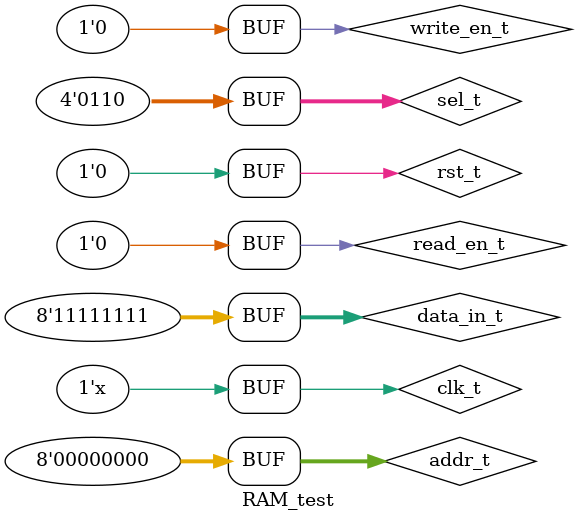
<source format=v>
`timescale 1ns / 1ps
`include "MIPS-1.vh"
/*module RAM
 *input:
 *      clk
 *      rst
 *      addr
 *      sel
 *      read_en
 *      write_en
 *      data_in
 *      data_out
 *output:
 *      data_out
 */
module RAM_test;
    reg clk_t,rst_t,read_en_t,write_en_t;
    reg [7:0]addr_t;
    reg [7:0]data_in_t;
    reg [3:0]sel_t;
    wire [7:0]data_out_t;
   
    initial 
        begin
            clk_t<=0;
            rst_t<=0;
            read_en_t<=0;
            write_en_t<=0;
            addr_t<=0;
            data_in_t<=0;
            sel_t<=0;
            #120 rst_t<=~rst_t;
            #200 rst_t<=~rst_t;
            
            #200 sel_t<=4'b1111;
            #10 read_en_t<=1;
            #20 read_en_t<=0;
            
            #20 read_en_t<=1;
            #20 read_en_t<=0;
            
            #50 data_in_t<=8'b10101010;
            
            #20 write_en_t<=1;
            #20 write_en_t<=0;
            
            #30 read_en_t<=1;
            #20 read_en_t<=0;
             
            #30 rst_t<=1;
            #20 rst_t<=0;
            
            #30 read_en_t<=1;
            #20 read_en_t<=0;
            
            #30 addr_t=8'b00000001;
                data_in_t=8'b11111111;
                sel_t=4'b0110;
                
            #20 write_en_t<=1;
            #20 write_en_t<=0;
            
            #30 read_en_t<=1;
            #20 read_en_t<=0;
            
             #30 addr_t=8'b00000000;
             #30 read_en_t<=1;
             #20 read_en_t<=0;
             
             
            
            
        end
        
    always 
        begin
            #2 clk_t<=~clk_t;
        end
        
    RAM test(
        .clk(clk_t),
        .rst(rst_t),
        .addr(addr_t),
        .sel(sel_t),
        .read_en(read_en_t),
        .write_en(write_en_t),
        .data_in(data_in_t),
        .data_out(data_out_t)
        );
   
endmodule
</source>
